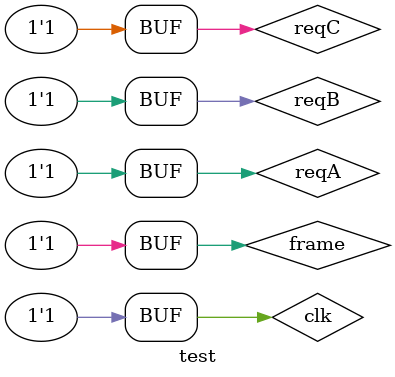
<source format=v>
/*note that bit number zero mis for the first device (A)
,and the bit umber 1 is for DEvice B
and the bit umber 2 is for DEvice C
the most priority is for the A then B then C*/


module Arbiter(reqA,reqB,reqC,gntA,gntB,gntC,frame,clk);
output reg gntA,gntB,gntC;
input reqA,reqB,reqC;
input frame,clk;
initial	
	begin 
		gntA = 1;gntB = 1;gntC = 1;
	end
always @(posedge clk )
	begin	
	if(frame)
#10
	begin
		if     ( reqA==0 && reqB==0 && reqC==0 ) begin gntA=0; gntB=1; gntC=1; end
		else if( reqA==0 && reqB==0 && reqC==1 ) begin gntA=0; gntB=1; gntC=1; end
		else if( reqA==0 && reqB==1 && reqC==0 ) begin gntA=0; gntB=1; gntC=1; end
		else if( reqA==0 && reqB==1 && reqC==1 ) begin gntA=0; gntB=1; gntC=1; end
		else if( reqA==1 && reqB==0 && reqC==0 ) begin gntA=1; gntB=0; gntC=1; end
		else if( reqA==1 && reqB==0 && reqC==1 ) begin gntA=1; gntB=0; gntC=1; end
		else if( reqA==1 && reqB==1 && reqC==0 ) begin gntA=1; gntB=1; gntC=0; end
		else if( reqA==1 && reqB==1 && reqC==1 ) begin gntA=1; gntB=1; gntC=1; end

	end
			
			
		
	end		
endmodule 

module test();
reg  reqA,reqB,reqC;
reg clk,frame;
wire gntA,gntB,gntC;
initial 
begin 
$monitor (" %b %b %b %b %b %b %b %b",clk ,reqA,reqB,reqC,gntA,gntB,gntC,frame);
clk = 1; reqA = 0 ;reqB = 0;reqC=0; frame = 1;
#10
clk = 0;
#10
clk = 1; reqA = 0 ;reqB = 0;reqC=1; frame = 1;
#10
clk = 0;
#10
clk = 1; reqA = 0 ;reqB = 1;reqC=0; frame = 1;
#10
clk = 0;
#10
clk = 1; reqA = 0 ;reqB = 1;reqC=1; frame = 1;
#10
clk = 0;
#10
clk = 1; reqA = 1;reqB = 0;reqC=0; frame = 1;
#10
clk = 0;
#10
clk = 1; reqA = 1 ;reqB = 0;reqC=1; frame = 1;
#10
clk = 0;
#10
clk = 1; reqA = 1 ;reqB = 1;reqC=0; frame = 1;
#10
clk = 0;
#10
clk = 1; reqA = 1 ;reqB = 1;reqC=1; frame = 1;
end 
Arbiter MM(reqA,reqB,reqC,gntA,gntB,gntC,frame,clk);
endmodule

/*001: GNT =3'b011  ;
			010: GNT =3'b011  ;
			011: GNT =3'b011  ;
			100: GNT =3'b101  ;
			101: GNT =3'b101  ;
			110: GNT =3'b110  ;
			111: GNT =3'b111  ;
			000: GNT =3'b011  ;
*/
</source>
